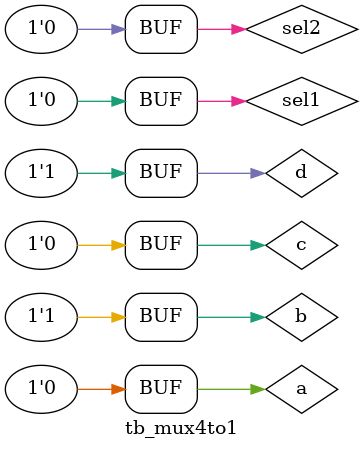
<source format=v>
`timescale 1ns / 1ps


module tb_mux4to1;

	// Inputs
	reg a;
	reg b;
	reg c;
	reg d;
	reg sel1;
	reg sel2;

	// Outputs
	wire y;

	// Instantiate the Unit Under Test (UUT)
	MUX uut (
		.a(a), 
		.b(b), 
		.c(c), 
		.d(d), 
		.sel1(sel1), 
		.sel2(sel2), 
		.y(y)
	);

	initial begin
		// Initialize Inputs
		a = 0;
		b = 0;
		c = 0;
		d = 1;
		sel1 = 0;
		sel2 = 1;

		// Wait 100 ns for global reset to finish
		#100;
		a = 1;
		b = 1;
		c = 1;
		d = 1;
		sel1 = 1;
		sel2 = 0;

		// Wait 100 ns for global reset to finish
		#100;
		a = 1;
		b = 1;
		c = 1;
		d = 0;
		sel1 = 1;
		sel2 = 1;

		// Wait 100 ns for global reset to finish
		#100;
		a = 0;
		b = 1;
		c = 0;
		d = 1;
		sel1 = 0;
		sel2 = 0;

		// Wait 100 ns for global reset to finish
		#100;
		
        
		// Add stimulus here

	end
      
endmodule


</source>
